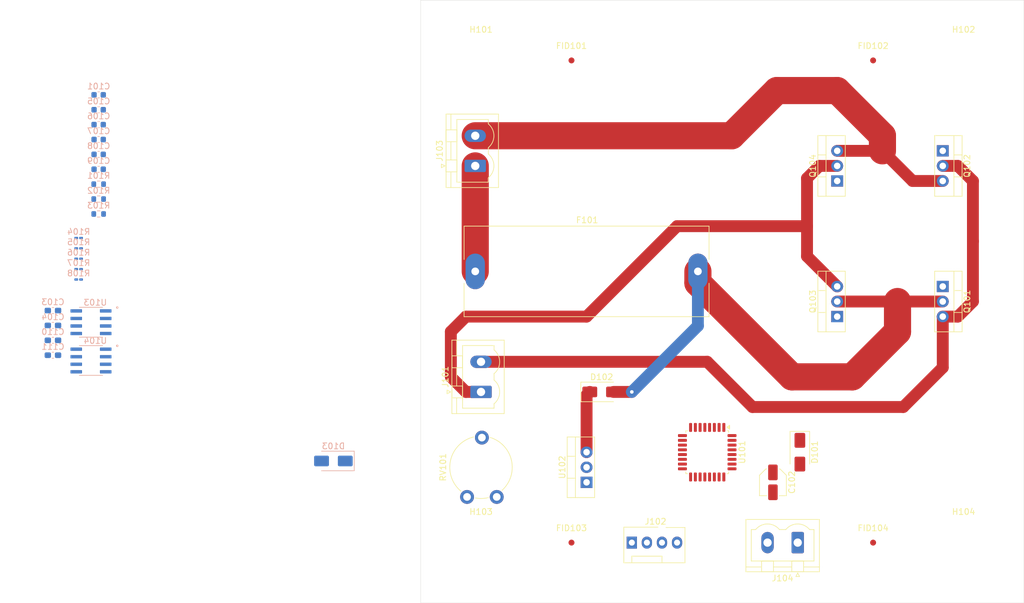
<source format=kicad_pcb>
(kicad_pcb (version 20241229) (generator "pcbnew") (generator_version "9.0")
  (layers (0 "F.Cu" jumper) (4 "In1.Cu" signal) (6 "In2.Cu" signal) (2 "B.Cu" jumper) (13 "F.Paste" user) (15 "B.Paste" user) (5 "F.SilkS" user "F.Silkscreen") (7 "B.SilkS" user "B.Silkscreen") (1 "F.Mask" user) (3 "B.Mask" user) (25 "Edge.Cuts" user))
  (net 0 "")
  (net 1 "GNDREF")
  (net 2 "+24V")
  (net 3 "+3V3")
  (net 4 "Net-(D103-A)")
  (net 5 "Net-(U101-NRST)")
  (net 6 "VDD_P")
  (net 7 "VDD")
  (net 8 "L2")
  (net 9 "L1")
  (net 10 "G3")
  (net 11 "G2")
  (net 12 "G1")
  (net 13 "G4")
  (net 14 "Net-(U101-BOOT0)")
  (net 15 "Net-(U103-VB)")
  (net 17 "Net-(U104-VB)")
  (net 19 "USART1_TX")
  (net 20 "USART1_RX")
  (net 21 "SYS_SWCLK")
  (net 22 "SYS_SWDIO")
  (net 27 "Net-(U103-HO)")
  (net 36 "Net-(U103-LO)")
  (net 40 "Net-(U104-LO)")
  (net 41 "Net-(U104-HO)")
  (net 42 "LIN1")
  (net 43 "LIN2")
  (net 44 "HIN1")
  (net 45 "HIN2")
  (footprint "Connector_Phoenix_MSTB:PhoenixContact_MSTBVA_2,5_2-G-5,08_1x02_P5.08mm_Vertical" (layer "F.Cu") (at 90.97 98.26 90)
    (property "Reference" "J101" (at 2.54 -6 90) (layer "F.SilkS"))
    (property "Value" "Conn_01x02")
    (fp_line (start 0.3 -5.71) (end 0 -5.11) (stroke (width 0.12)) (layer "F.SilkS"))
    (fp_line (start -0.3 -5.71) (end 0.3 -5.71) (stroke (width 0.12)) (layer "F.SilkS"))
    (fp_line (start 0 -5.11) (end -0.3 -5.71) (stroke (width 0.12)) (layer "F.SilkS"))
    (fp_line (start 8.73 -4.91) (end -3.65 -4.91) (stroke (width 0.12)) (layer "F.SilkS"))
    (fp_line (start 6.08 -4.91) (end 6.08 -3.1) (stroke (width 0.12)) (layer "F.SilkS"))
    (fp_line (start 4.08 -4.91) (end 6.08 -4.91) (stroke (width 0.12)) (layer "F.SilkS"))
    (fp_line (start 1 -4.91) (end 1 -3.1) (stroke (width 0.12)) (layer "F.SilkS"))
    (fp_line (start -1 -4.91) (end 1 -4.91) (stroke (width 0.12)) (layer "F.SilkS"))
    (fp_line (start -3.65 -4.91) (end -3.65 3.91) (stroke (width 0.12)) (layer "F.SilkS"))
    (fp_line (start 8.73 -4.1) (end 6.19 -4.1) (stroke (width 0.12)) (layer "F.SilkS"))
    (fp_line (start 1 -4.1) (end 4.08 -4.1) (stroke (width 0.12)) (layer "F.SilkS"))
    (fp_line (start -3.65 -4.1) (end -1.11 -4.1) (stroke (width 0.12)) (layer "F.SilkS"))
    (fp_line (start 7.82 -3.1) (end 7.82 2.2) (stroke (width 0.12)) (layer "F.SilkS"))
    (fp_line (start 6.08 -3.1) (end 4.08 -3.1) (stroke (width 0.12)) (layer "F.SilkS"))
    (fp_line (start 4.08 -3.1) (end 4.08 -4.91) (stroke (width 0.12)) (layer "F.SilkS"))
    (fp_line (start 1 -3.1) (end -1 -3.1) (stroke (width 0.12)) (layer "F.SilkS"))
    (fp_line (start -1 -3.1) (end -1 -4.91) (stroke (width 0.12)) (layer "F.SilkS"))
    (fp_line (start -2.74 -3.1) (end 7.82 -3.1) (stroke (width 0.12)) (layer "F.SilkS"))
    (fp_line (start 7.82 2.2) (end 7.08 2.2) (stroke (width 0.12)) (layer "F.SilkS"))
    (fp_line (start 2 2.2) (end 3.08 2.2) (stroke (width 0.12)) (layer "F.SilkS"))
    (fp_line (start -2 2.2) (end -2.74 2.2) (stroke (width 0.12)) (layer "F.SilkS"))
    (fp_line (start -2.74 2.2) (end -2.74 -3.1) (stroke (width 0.12)) (layer "F.SilkS"))
    (fp_line (start 8.73 3.91) (end 8.73 -4.91) (stroke (width 0.12)) (layer "F.SilkS"))
    (fp_line (start -3.65 3.91) (end 8.73 3.91) (stroke (width 0.12)) (layer "F.SilkS"))
    (fp_arc (start 7.066842 2.215821) (mid 5.069711 3.142758) (end 3.08 2.2) (stroke (width 0.12)) (layer "F.SilkS"))
    (fp_arc (start 1.986842 2.215821) (mid -0.010289 3.142758) (end -2 2.2) (stroke (width 0.12)) (layer "F.SilkS"))
    (pad "1" thru_hole roundrect (at 0 0 90) (size 2.08 3.6) (drill 1.4) (layers "*.Cu" "*.Mask") (roundrect_rratio 0.120192) (net 9 "L1"))
    (pad "2" thru_hole oval (at 5.08 0 90) (size 2.08 3.6) (drill 1.4) (layers "*.Cu" "*.Mask") (net 8 "L2"))
  )
  (footprint "Connector:FanPinHeader_1x04_P2.54mm_Vertical" (layer "F.Cu") (at 116.37 123.66)
    (property "Reference" "J102" (at 4 -3.55 0) (layer "F.SilkS"))
    (property "Value" "Conn_01x04")
    (fp_line (start -1.35 -2.6) (end 4.4 -2.6) (stroke (width 0.12)) (layer "F.SilkS"))
    (fp_line (start -1.35 3.4) (end -1.35 -2.6) (stroke (width 0.12)) (layer "F.SilkS"))
    (fp_line (start 0 2.29) (end 5.08 2.29) (stroke (width 0.12)) (layer "F.SilkS"))
    (fp_line (start 0 3.3) (end 0 2.29) (stroke (width 0.12)) (layer "F.SilkS"))
    (fp_line (start 5.08 2.29) (end 5.08 3.3) (stroke (width 0.12)) (layer "F.SilkS"))
    (fp_line (start 5.75 -2.55) (end 8.95 -2.55) (stroke (width 0.12)) (layer "F.SilkS"))
    (fp_line (start 8.95 -2.55) (end 8.95 3.4) (stroke (width 0.12)) (layer "F.SilkS"))
    (fp_line (start 8.95 3.4) (end -1.35 3.4) (stroke (width 0.12)) (layer "F.SilkS"))
    (pad "" np_thru_hole circle (at 5.08 -2.16 90) (size 1.1 1.1) (drill 1.1) (layers "*.Cu" "*.Mask"))
    (pad "1" thru_hole rect (at 0 0 90) (size 2.03 1.73) (drill 1.02) (layers "*.Cu" "*.Mask") (net 1 "GNDREF"))
    (pad "2" thru_hole oval (at 2.54 0 90) (size 2.03 1.73) (drill 1.02) (layers "*.Cu" "*.Mask") (net 21 "SYS_SWCLK"))
    (pad "3" thru_hole oval (at 5.08 0 90) (size 2.03 1.73) (drill 1.02) (layers "*.Cu" "*.Mask") (net 22 "SYS_SWDIO"))
    (pad "4" thru_hole oval (at 7.62 0 90) (size 2.03 1.73) (drill 1.02) (layers "*.Cu" "*.Mask") (net 3 "+3V3"))
  )
  (footprint "Diode_SMD:D_SMA" (layer "F.Cu") (at 144.675 108.42 -90)
    (property "Reference" "D101" (at 0 -2.5 90) (layer "F.SilkS"))
    (property "Value" "1N4001")
    (fp_line (start -3.51 1.65) (end 2 1.65) (stroke (width 0.12)) (layer "F.SilkS"))
    (fp_line (start -3.51 -1.65) (end -3.51 1.65) (stroke (width 0.12)) (layer "F.SilkS"))
    (fp_line (start -3.51 -1.65) (end 2 -1.65) (stroke (width 0.12)) (layer "F.SilkS"))
    (pad "1" smd roundrect (at -2 0 270) (size 2.5 1.8) (layers "F.Cu" "F.Mask" "F.Paste") (roundrect_rratio 0.1388888889) (net 2 "+24V"))
    (pad "2" smd roundrect (at 2 0 270) (size 2.5 1.8) (layers "F.Cu" "F.Mask" "F.Paste") (roundrect_rratio 0.1388888889) (net 3 "+3V3"))
  )
  (footprint "MountingHole:MountingHole_5.3mm_M5_ISO14580" (layer "F.Cu") (at 90.97 42.38)
    (property "Reference" "H101" (at 0 -5.2 0) (layer "F.SilkS"))
    (property "Value" "MountingHole")
    (pad "" np_thru_hole circle (at 0 0) (size 5.3 5.3) (drill 5.3) (layers "*.Cu" "*.Mask"))
  )
  (footprint "Package_QFP:LQFP-32_7x7mm_P0.8mm" (layer "F.Cu") (at 129.07 108.42 -90)
    (property "Reference" "U101" (at 0 -5.88 90) (layer "F.SilkS"))
    (property "Value" "STM32F030K6Tx")
    (fp_line (start -3.61 3.61) (end -3.61 3.31) (stroke (width 0.12)) (layer "F.SilkS"))
    (fp_line (start -3.31 3.61) (end -3.61 3.61) (stroke (width 0.12)) (layer "F.SilkS"))
    (fp_line (start 3.31 3.61) (end 3.61 3.61) (stroke (width 0.12)) (layer "F.SilkS"))
    (fp_line (start 3.61 3.61) (end 3.61 3.31) (stroke (width 0.12)) (layer "F.SilkS"))
    (fp_line (start -3.61 -3.61) (end -3.61 -3.31) (stroke (width 0.12)) (layer "F.SilkS"))
    (fp_line (start -3.31 -3.61) (end -3.61 -3.61) (stroke (width 0.12)) (layer "F.SilkS"))
    (fp_line (start 3.31 -3.61) (end 3.61 -3.61) (stroke (width 0.12)) (layer "F.SilkS"))
    (fp_line (start 3.61 -3.61) (end 3.61 -3.31) (stroke (width 0.12)) (layer "F.SilkS"))
    (fp_poly (pts (xy -4.2125 -3.31) (xy -4.5525 -3.78) (xy -3.8725 -3.78)) (stroke (width 0.12)) (fill yes) (layer "F.SilkS"))
    (pad "1" smd roundrect (at -4.175 -2.8 270) (size 1.5 0.5) (layers "F.Cu" "F.Mask" "F.Paste") (net 3 "+3V3"))
    (pad "2" smd roundrect (at -4.175 -2 270) (size 1.5 0.5) (layers "F.Cu" "F.Mask" "F.Paste"))
    (pad "3" smd roundrect (at -4.175 -1.2 270) (size 1.5 0.5) (layers "F.Cu" "F.Mask" "F.Paste"))
    (pad "4" smd roundrect (at -4.175 -0.4 270) (size 1.5 0.5) (layers "F.Cu" "F.Mask" "F.Paste") (net 5 "Net-(U101-NRST)"))
    (pad "5" smd roundrect (at -4.175 0.4 270) (size 1.5 0.5) (layers "F.Cu" "F.Mask" "F.Paste") (net 3 "+3V3"))
    (pad "6" smd roundrect (at -4.175 1.2 270) (size 1.5 0.5) (layers "F.Cu" "F.Mask" "F.Paste"))
    (pad "7" smd roundrect (at -4.175 2 270) (size 1.5 0.5) (layers "F.Cu" "F.Mask" "F.Paste"))
    (pad "8" smd roundrect (at -4.175 2.8 270) (size 1.5 0.5) (layers "F.Cu" "F.Mask" "F.Paste") (net 19 "USART1_TX"))
    (pad "9" smd roundrect (at -2.8 4.175 270) (size 0.5 1.5) (layers "F.Cu" "F.Mask" "F.Paste") (net 20 "USART1_RX"))
    (pad "10" smd roundrect (at -2 4.175 270) (size 0.5 1.5) (layers "F.Cu" "F.Mask" "F.Paste"))
    (pad "11" smd roundrect (at -1.2 4.175 270) (size 0.5 1.5) (layers "F.Cu" "F.Mask" "F.Paste"))
    (pad "12" smd roundrect (at -0.4 4.175 270) (size 0.5 1.5) (layers "F.Cu" "F.Mask" "F.Paste") (net 42 "LIN1"))
    (pad "13" smd roundrect (at 0.4 4.175 270) (size 0.5 1.5) (layers "F.Cu" "F.Mask" "F.Paste") (net 44 "HIN1"))
    (pad "14" smd roundrect (at 1.2 4.175 270) (size 0.5 1.5) (layers "F.Cu" "F.Mask" "F.Paste"))
    (pad "15" smd roundrect (at 2 4.175 270) (size 0.5 1.5) (layers "F.Cu" "F.Mask" "F.Paste"))
    (pad "16" smd roundrect (at 2.8 4.175 270) (size 0.5 1.5) (layers "F.Cu" "F.Mask" "F.Paste") (net 1 "GNDREF"))
    (pad "17" smd roundrect (at 4.175 2.8 270) (size 1.5 0.5) (layers "F.Cu" "F.Mask" "F.Paste") (net 3 "+3V3"))
    (pad "18" smd roundrect (at 4.175 2 270) (size 1.5 0.5) (layers "F.Cu" "F.Mask" "F.Paste") (net 43 "LIN2"))
    (pad "19" smd roundrect (at 4.175 1.2 270) (size 1.5 0.5) (layers "F.Cu" "F.Mask" "F.Paste") (net 45 "HIN2"))
    (pad "20" smd roundrect (at 4.175 0.4 270) (size 1.5 0.5) (layers "F.Cu" "F.Mask" "F.Paste"))
    (pad "21" smd roundrect (at 4.175 -0.4 270) (size 1.5 0.5) (layers "F.Cu" "F.Mask" "F.Paste"))
    (pad "22" smd roundrect (at 4.175 -1.2 270) (size 1.5 0.5) (layers "F.Cu" "F.Mask" "F.Paste"))
    (pad "23" smd roundrect (at 4.175 -2 270) (size 1.5 0.5) (layers "F.Cu" "F.Mask" "F.Paste") (net 22 "SYS_SWDIO"))
    (pad "24" smd roundrect (at 4.175 -2.8 270) (size 1.5 0.5) (layers "F.Cu" "F.Mask" "F.Paste") (net 21 "SYS_SWCLK"))
    (pad "25" smd roundrect (at 2.8 -4.175 270) (size 0.5 1.5) (layers "F.Cu" "F.Mask" "F.Paste"))
    (pad "26" smd roundrect (at 2 -4.175 270) (size 0.5 1.5) (layers "F.Cu" "F.Mask" "F.Paste"))
    (pad "27" smd roundrect (at 1.2 -4.175 270) (size 0.5 1.5) (layers "F.Cu" "F.Mask" "F.Paste"))
    (pad "28" smd roundrect (at 0.4 -4.175 270) (size 0.5 1.5) (layers "F.Cu" "F.Mask" "F.Paste"))
    (pad "29" smd roundrect (at -0.4 -4.175 270) (size 0.5 1.5) (layers "F.Cu" "F.Mask" "F.Paste"))
    (pad "30" smd roundrect (at -1.2 -4.175 270) (size 0.5 1.5) (layers "F.Cu" "F.Mask" "F.Paste"))
    (pad "31" smd roundrect (at -2 -4.175 270) (size 0.5 1.5) (layers "F.Cu" "F.Mask" "F.Paste") (net 14 "Net-(U101-BOOT0)"))
    (pad "32" smd roundrect (at -2.8 -4.175 270) (size 0.5 1.5) (layers "F.Cu" "F.Mask" "F.Paste") (net 1 "GNDREF"))
  )
  (footprint "Package_TO_SOT_THT:TO-220-3_Vertical" (layer "F.Cu") (at 108.75 113.5 90)
    (property "Reference" "U102" (at 2.54 -4.1 90) (layer "F.SilkS"))
    (property "Value" "LM317_TO-220")
    (fp_line (start 7.65 -3.26) (end 7.65 1.36) (stroke (width 0.12)) (layer "F.SilkS"))
    (fp_line (start 4.39 -3.26) (end 4.39 -1.88) (stroke (width 0.12)) (layer "F.SilkS"))
    (fp_line (start 0.69 -3.26) (end 0.69 -1.88) (stroke (width 0.12)) (layer "F.SilkS"))
    (fp_line (start -2.57 -3.26) (end 7.65 -3.26) (stroke (width 0.12)) (layer "F.SilkS"))
    (fp_line (start -2.57 -1.88) (end 7.65 -1.88) (stroke (width 0.12)) (layer "F.SilkS"))
    (fp_line (start 7.65 1.36) (end -2.57 1.36) (stroke (width 0.12)) (layer "F.SilkS"))
    (fp_line (start -2.57 1.36) (end -2.57 -3.26) (stroke (width 0.12)) (layer "F.SilkS"))
    (pad "1" thru_hole rect (at 0 0 90) (size 1.905 2) (drill 1.1) (layers "*.Cu" "*.Mask") (net 4 "Net-(D103-A)"))
    (pad "2" thru_hole oval (at 2.54 0 90) (size 1.905 2) (drill 1.1) (layers "*.Cu" "*.Mask") (net 3 "+3V3"))
    (pad "3" thru_hole oval (at 5.08 0 90) (size 1.905 2) (drill 1.1) (layers "*.Cu" "*.Mask") (net 2 "+24V"))
  )
  (footprint "Fuse:Fuseholder_Cylinder-6.3x32mm_Schurter_0031-8002_Horizontal_Open" (layer "F.Cu") (at 90 77.94)
    (property "Reference" "F101" (at 18.85 -8.65 0) (layer "F.SilkS"))
    (property "Value" "Fuse")
    (fp_line (start -1.88 -7.63) (end -1.88 -2) (stroke (width 0.12)) (layer "F.SilkS"))
    (fp_line (start -1.88 -7.63) (end 39.38 -7.63) (stroke (width 0.12)) (layer "F.SilkS"))
    (fp_line (start -1.88 2) (end -1.88 7.63) (stroke (width 0.12)) (layer "F.SilkS"))
    (fp_line (start 39.38 -7.63) (end 39.38 -2) (stroke (width 0.12)) (layer "F.SilkS"))
    (fp_line (start 39.38 2) (end 39.38 7.63) (stroke (width 0.12)) (layer "F.SilkS"))
    (fp_line (start 39.38 7.63) (end -1.88 7.63) (stroke (width 0.12)) (layer "F.SilkS"))
    (pad "" np_thru_hole circle (at 18.75 0) (size 3.2 3.2) (drill 3.2) (layers "*.Cu" "*.Mask"))
    (pad "1" thru_hole oval (at 0 0) (size 3.25 6) (drill 1.3) (layers "*.Cu" "*.Mask") (net 7 "VDD"))
    (pad "2" thru_hole oval (at 37.5 0) (size 3.25 6) (drill 1.3) (layers "*.Cu" "*.Mask") (net 6 "VDD_P"))
  )
  (footprint "Fiducial:Fiducial_1mm_Mask3mm" (layer "F.Cu") (at 157.01 42.38)
    (property "Reference" "FID102" (at 0 -2.45 0) (layer "F.SilkS"))
    (property "Value" "Fiducial")
    (pad "" smd circle (at 0 0) (size 1 1) (layers "F.Cu" "F.Mask") (clearance 1))
  )
  (footprint "MountingHole:MountingHole_5.3mm_M5_ISO14580" (layer "F.Cu") (at 172.25 123.66)
    (property "Reference" "H104" (at 0 -5.2 0) (layer "F.SilkS"))
    (property "Value" "MountingHole")
    (pad "" np_thru_hole circle (at 0 0) (size 5.3 5.3) (drill 5.3) (layers "*.Cu" "*.Mask"))
  )
  (footprint "MountingHole:MountingHole_5.3mm_M5_ISO14580" (layer "F.Cu") (at 172.25 42.38)
    (property "Reference" "H102" (at 0 -5.2 0) (layer "F.SilkS"))
    (property "Value" "MountingHole")
    (pad "" np_thru_hole circle (at 0 0) (size 5.3 5.3) (drill 5.3) (layers "*.Cu" "*.Mask"))
  )
  (footprint "Fiducial:Fiducial_1mm_Mask3mm" (layer "F.Cu") (at 106.21 42.38)
    (property "Reference" "FID101" (at 0 -2.45 0) (layer "F.SilkS"))
    (property "Value" "Fiducial")
    (pad "" smd circle (at 0 0) (size 1 1) (layers "F.Cu" "F.Mask") (clearance 1))
  )
  (footprint "Diode_SMD:D_SMA" (layer "F.Cu") (at 111.29 98.26)
    (property "Reference" "D102" (at 0 -2.5 0) (layer "F.SilkS"))
    (property "Value" "1N4001")
    (fp_line (start -3.51 -1.65) (end -3.51 1.65) (stroke (width 0.12)) (layer "F.SilkS"))
    (fp_line (start -3.51 -1.65) (end 2 -1.65) (stroke (width 0.12)) (layer "F.SilkS"))
    (fp_line (start -3.51 1.65) (end 2 1.65) (stroke (width 0.12)) (layer "F.SilkS"))
    (pad "1" smd roundrect (at -2 0) (size 2.5 1.8) (layers "F.Cu" "F.Mask" "F.Paste") (roundrect_rratio 0.1388888889) (net 2 "+24V"))
    (pad "2" smd roundrect (at 2 0) (size 2.5 1.8) (layers "F.Cu" "F.Mask" "F.Paste") (roundrect_rratio 0.1388888889) (net 6 "VDD_P"))
  )
  (footprint "Capacitor_SMD:C_Elec_4x5.4" (layer "F.Cu") (at 140.135 113.5 -90)
    (property "Reference" "C102" (at 0 -3.2 90) (layer "F.SilkS"))
    (property "Value" "22uF/16V_ELEC")
    (fp_line (start -1.195563 2.26) (end 2.26 2.26) (stroke (width 0.12)) (layer "F.SilkS"))
    (fp_line (start 2.26 2.26) (end 2.26 1.06) (stroke (width 0.12)) (layer "F.SilkS"))
    (fp_line (start -2.26 1.195563) (end -1.195563 2.26) (stroke (width 0.12)) (layer "F.SilkS"))
    (fp_line (start -2.26 1.195563) (end -2.26 1.06) (stroke (width 0.12)) (layer "F.SilkS"))
    (fp_line (start -2.26 -1.195563) (end -2.26 -1.06) (stroke (width 0.12)) (layer "F.SilkS"))
    (fp_line (start -2.26 -1.195563) (end -1.195563 -2.26) (stroke (width 0.12)) (layer "F.SilkS"))
    (fp_line (start -1.195563 -2.26) (end 2.26 -2.26) (stroke (width 0.12)) (layer "F.SilkS"))
    (fp_line (start 2.26 -2.26) (end 2.26 -1.06) (stroke (width 0.12)) (layer "F.SilkS"))
    (pad "1" smd roundrect (at -1.675 0 270) (size 2.65 1.6) (layers "F.Cu" "F.Mask" "F.Paste") (roundrect_rratio 0.15625) (net 3 "+3V3"))
    (pad "2" smd roundrect (at 1.675 0 270) (size 2.65 1.6) (layers "F.Cu" "F.Mask" "F.Paste") (roundrect_rratio 0.15625) (net 1 "GNDREF"))
  )
  (footprint "Package_TO_SOT_THT:TO-220-3_Vertical" (layer "F.Cu") (at 150.96 62.7 90)
    (property "Reference" "Q104" (at 2.54 -4.1 90) (layer "F.SilkS"))
    (property "Value" "IRF540N")
    (fp_line (start 7.65 -3.26) (end 7.65 1.36) (stroke (width 0.12)) (layer "F.SilkS"))
    (fp_line (start 4.39 -3.26) (end 4.39 -1.88) (stroke (width 0.12)) (layer "F.SilkS"))
    (fp_line (start 0.69 -3.26) (end 0.69 -1.88) (stroke (width 0.12)) (layer "F.SilkS"))
    (fp_line (start -2.57 -3.26) (end 7.65 -3.26) (stroke (width 0.12)) (layer "F.SilkS"))
    (fp_line (start -2.57 -1.88) (end 7.65 -1.88) (stroke (width 0.12)) (layer "F.SilkS"))
    (fp_line (start 7.65 1.36) (end -2.57 1.36) (stroke (width 0.12)) (layer "F.SilkS"))
    (fp_line (start -2.57 1.36) (end -2.57 -3.26) (stroke (width 0.12)) (layer "F.SilkS"))
    (pad "1" thru_hole rect (at 0 0 90) (size 1.905 2) (drill 1.1) (layers "*.Cu" "*.Mask") (net 10 "G3"))
    (pad "2" thru_hole oval (at 2.54 0 90) (size 1.905 2) (drill 1.1) (layers "*.Cu" "*.Mask") (net 9 "L1"))
    (pad "3" thru_hole oval (at 5.08 0 90) (size 1.905 2) (drill 1.1) (layers "*.Cu" "*.Mask") (net 1 "GNDREF"))
  )
  (footprint "Package_TO_SOT_THT:TO-220-3_Vertical" (layer "F.Cu") (at 168.74 57.62 -90)
    (property "Reference" "Q102" (at 2.54 -4.1 90) (layer "F.SilkS"))
    (property "Value" "IRF540N")
    (fp_line (start -2.57 1.36) (end -2.57 -3.26) (stroke (width 0.12)) (layer "F.SilkS"))
    (fp_line (start 7.65 1.36) (end -2.57 1.36) (stroke (width 0.12)) (layer "F.SilkS"))
    (fp_line (start -2.57 -1.88) (end 7.65 -1.88) (stroke (width 0.12)) (layer "F.SilkS"))
    (fp_line (start -2.57 -3.26) (end 7.65 -3.26) (stroke (width 0.12)) (layer "F.SilkS"))
    (fp_line (start 0.69 -3.26) (end 0.69 -1.88) (stroke (width 0.12)) (layer "F.SilkS"))
    (fp_line (start 4.39 -3.26) (end 4.39 -1.88) (stroke (width 0.12)) (layer "F.SilkS"))
    (fp_line (start 7.65 -3.26) (end 7.65 1.36) (stroke (width 0.12)) (layer "F.SilkS"))
    (pad "1" thru_hole rect (at 0 0 270) (size 1.905 2) (drill 1.1) (layers "*.Cu" "*.Mask") (net 13 "G4"))
    (pad "2" thru_hole oval (at 2.54 0 270) (size 1.905 2) (drill 1.1) (layers "*.Cu" "*.Mask") (net 8 "L2"))
    (pad "3" thru_hole oval (at 5.08 0 270) (size 1.905 2) (drill 1.1) (layers "*.Cu" "*.Mask") (net 1 "GNDREF"))
  )
  (footprint "Package_TO_SOT_THT:TO-220-3_Vertical" (layer "F.Cu") (at 168.74 80.48 -90)
    (property "Reference" "Q101" (at 2.54 -4.1 90) (layer "F.SilkS"))
    (property "Value" "IRF540N")
    (fp_line (start -2.57 1.36) (end -2.57 -3.26) (stroke (width 0.12)) (layer "F.SilkS"))
    (fp_line (start 7.65 1.36) (end -2.57 1.36) (stroke (width 0.12)) (layer "F.SilkS"))
    (fp_line (start -2.57 -1.88) (end 7.65 -1.88) (stroke (width 0.12)) (layer "F.SilkS"))
    (fp_line (start -2.57 -3.26) (end 7.65 -3.26) (stroke (width 0.12)) (layer "F.SilkS"))
    (fp_line (start 0.69 -3.26) (end 0.69 -1.88) (stroke (width 0.12)) (layer "F.SilkS"))
    (fp_line (start 4.39 -3.26) (end 4.39 -1.88) (stroke (width 0.12)) (layer "F.SilkS"))
    (fp_line (start 7.65 -3.26) (end 7.65 1.36) (stroke (width 0.12)) (layer "F.SilkS"))
    (pad "1" thru_hole rect (at 0 0 270) (size 1.905 2) (drill 1.1) (layers "*.Cu" "*.Mask") (net 11 "G2"))
    (pad "2" thru_hole oval (at 2.54 0 270) (size 1.905 2) (drill 1.1) (layers "*.Cu" "*.Mask") (net 6 "VDD_P"))
    (pad "3" thru_hole oval (at 5.08 0 270) (size 1.905 2) (drill 1.1) (layers "*.Cu" "*.Mask") (net 8 "L2"))
  )
  (footprint "MountingHole:MountingHole_5.3mm_M5_ISO14580" (layer "F.Cu") (at 90.97 123.66)
    (property "Reference" "H103" (at 0 -5.2 0) (layer "F.SilkS"))
    (property "Value" "MountingHole")
    (pad "" np_thru_hole circle (at 0 0) (size 5.3 5.3) (drill 5.3) (layers "*.Cu" "*.Mask"))
  )
  (footprint "Fiducial:Fiducial_1mm_Mask3mm" (layer "F.Cu") (at 106.21 123.66)
    (property "Reference" "FID103" (at 0 -2.45 0) (layer "F.SilkS"))
    (property "Value" "Fiducial")
    (pad "" smd circle (at 0 0) (size 1 1) (layers "F.Cu" "F.Mask") (clearance 1))
  )
  (footprint "Potentiometer_THT:Potentiometer_Piher_PT-10-V10_Vertical" (layer "F.Cu") (at 93.62 115.96 90)
    (property "Reference" "RV101" (at 5 -9.05 90) (layer "F.SilkS"))
    (property "Value" "R_Potentiometer")
    (fp_arc (start 0.96 -6.019) (mid 6.188516 -7.774112) (end 10.11 -3.896) (stroke (width 0.12)) (layer "F.SilkS"))
    (fp_arc (start -0.108 -1.396) (mid -0.258003 -2.50009) (end -0.172 -3.611) (stroke (width 0.12)) (layer "F.SilkS"))
    (fp_arc (start 10.027 -1.1) (mid 6.134659 2.486075) (end 1.094 0.873) (stroke (width 0.12)) (layer "F.SilkS"))
    (pad "1" thru_hole circle (at 0 0 90) (size 2.34 2.34) (drill 1.3) (layers "*.Cu" "*.Mask") (net 4 "Net-(D103-A)"))
    (pad "2" thru_hole circle (at 10 -2.5 90) (size 2.34 2.34) (drill 1.3) (layers "*.Cu" "*.Mask") (net 1 "GNDREF"))
    (pad "3" thru_hole circle (at 0 -5 90) (size 2.34 2.34) (drill 1.3) (layers "*.Cu" "*.Mask") (net 1 "GNDREF"))
  )
  (footprint "Package_TO_SOT_THT:TO-220-3_Vertical" (layer "F.Cu") (at 150.96 85.56 90)
    (property "Reference" "Q103" (at 2.54 -4.1 90) (layer "F.SilkS"))
    (property "Value" "IRF540N")
    (fp_line (start 7.65 -3.26) (end 7.65 1.36) (stroke (width 0.12)) (layer "F.SilkS"))
    (fp_line (start 4.39 -3.26) (end 4.39 -1.88) (stroke (width 0.12)) (layer "F.SilkS"))
    (fp_line (start 0.69 -3.26) (end 0.69 -1.88) (stroke (width 0.12)) (layer "F.SilkS"))
    (fp_line (start -2.57 -3.26) (end 7.65 -3.26) (stroke (width 0.12)) (layer "F.SilkS"))
    (fp_line (start -2.57 -1.88) (end 7.65 -1.88) (stroke (width 0.12)) (layer "F.SilkS"))
    (fp_line (start 7.65 1.36) (end -2.57 1.36) (stroke (width 0.12)) (layer "F.SilkS"))
    (fp_line (start -2.57 1.36) (end -2.57 -3.26) (stroke (width 0.12)) (layer "F.SilkS"))
    (pad "1" thru_hole rect (at 0 0 90) (size 1.905 2) (drill 1.1) (layers "*.Cu" "*.Mask") (net 12 "G1"))
    (pad "2" thru_hole oval (at 2.54 0 90) (size 1.905 2) (drill 1.1) (layers "*.Cu" "*.Mask") (net 6 "VDD_P"))
    (pad "3" thru_hole oval (at 5.08 0 90) (size 1.905 2) (drill 1.1) (layers "*.Cu" "*.Mask") (net 9 "L1"))
  )
  (footprint "Fiducial:Fiducial_1mm_Mask3mm" (layer "F.Cu") (at 157.01 123.66)
    (property "Reference" "FID104" (at 0 -2.45 0) (layer "F.SilkS"))
    (property "Value" "Fiducial")
    (pad "" smd circle (at 0 0) (size 1 1) (layers "F.Cu" "F.Mask") (clearance 1))
  )
  (footprint "Connector_Phoenix_MSTB:PhoenixContact_MSTBVA_2,5_2-G-5,08_1x02_P5.08mm_Vertical" (layer "F.Cu") (at 90 60.16 90)
    (property "Reference" "J103" (at 2.54 -6 90) (layer "F.SilkS"))
    (property "Value" "Conn_01x02")
    (fp_line (start 0.3 -5.71) (end 0 -5.11) (stroke (width 0.12)) (layer "F.SilkS"))
    (fp_line (start -0.3 -5.71) (end 0.3 -5.71) (stroke (width 0.12)) (layer "F.SilkS"))
    (fp_line (start 0 -5.11) (end -0.3 -5.71) (stroke (width 0.12)) (layer "F.SilkS"))
    (fp_line (start 8.73 -4.91) (end -3.65 -4.91) (stroke (width 0.12)) (layer "F.SilkS"))
    (fp_line (start 6.08 -4.91) (end 6.08 -3.1) (stroke (width 0.12)) (layer "F.SilkS"))
    (fp_line (start 4.08 -4.91) (end 6.08 -4.91) (stroke (width 0.12)) (layer "F.SilkS"))
    (fp_line (start 1 -4.91) (end 1 -3.1) (stroke (width 0.12)) (layer "F.SilkS"))
    (fp_line (start -1 -4.91) (end 1 -4.91) (stroke (width 0.12)) (layer "F.SilkS"))
    (fp_line (start -3.65 -4.91) (end -3.65 3.91) (stroke (width 0.12)) (layer "F.SilkS"))
    (fp_line (start 8.73 -4.1) (end 6.19 -4.1) (stroke (width 0.12)) (layer "F.SilkS"))
    (fp_line (start 1 -4.1) (end 4.08 -4.1) (stroke (width 0.12)) (layer "F.SilkS"))
    (fp_line (start -3.65 -4.1) (end -1.11 -4.1) (stroke (width 0.12)) (layer "F.SilkS"))
    (fp_line (start 7.82 -3.1) (end 7.82 2.2) (stroke (width 0.12)) (layer "F.SilkS"))
    (fp_line (start 6.08 -3.1) (end 4.08 -3.1) (stroke (width 0.12)) (layer "F.SilkS"))
    (fp_line (start 4.08 -3.1) (end 4.08 -4.91) (stroke (width 0.12)) (layer "F.SilkS"))
    (fp_line (start 1 -3.1) (end -1 -3.1) (stroke (width 0.12)) (layer "F.SilkS"))
    (fp_line (start -1 -3.1) (end -1 -4.91) (stroke (width 0.12)) (layer "F.SilkS"))
    (fp_line (start -2.74 -3.1) (end 7.82 -3.1) (stroke (width 0.12)) (layer "F.SilkS"))
    (fp_line (start 7.82 2.2) (end 7.08 2.2) (stroke (width 0.12)) (layer "F.SilkS"))
    (fp_line (start 2 2.2) (end 3.08 2.2) (stroke (width 0.12)) (layer "F.SilkS"))
    (fp_line (start -2 2.2) (end -2.74 2.2) (stroke (width 0.12)) (layer "F.SilkS"))
    (fp_line (start -2.74 2.2) (end -2.74 -3.1) (stroke (width 0.12)) (layer "F.SilkS"))
    (fp_line (start 8.73 3.91) (end 8.73 -4.91) (stroke (width 0.12)) (layer "F.SilkS"))
    (fp_line (start -3.65 3.91) (end 8.73 3.91) (stroke (width 0.12)) (layer "F.SilkS"))
    (fp_arc (start 7.066842 2.215821) (mid 5.069711 3.142758) (end 3.08 2.2) (stroke (width 0.12)) (layer "F.SilkS"))
    (fp_arc (start 1.986842 2.215821) (mid -0.010289 3.142758) (end -2 2.2) (stroke (width 0.12)) (layer "F.SilkS"))
    (pad "1" thru_hole roundrect (at 0 0 90) (size 2.08 3.6) (drill 1.4) (layers "*.Cu" "*.Mask") (roundrect_rratio 0.120192) (net 7 "VDD"))
    (pad "2" thru_hole oval (at 5.08 0 90) (size 2.08 3.6) (drill 1.4) (layers "*.Cu" "*.Mask") (net 1 "GNDREF"))
  )
  (footprint "Connector_Phoenix_MSTB:PhoenixContact_MSTBVA_2,5_2-G-5,08_1x02_P5.08mm_Vertical" (layer "F.Cu") (at 144.31 123.66 180)
    (property "Reference" "J104" (at 2.54 -6 0) (layer "F.SilkS"))
    (property "Value" "Conn_01x02")
    (fp_line (start 8.73 3.91) (end 8.73 -4.91) (stroke (width 0.12)) (layer "F.SilkS"))
    (fp_line (start 8.73 -4.1) (end 6.19 -4.1) (stroke (width 0.12)) (layer "F.SilkS"))
    (fp_line (start 8.73 -4.91) (end -3.65 -4.91) (stroke (width 0.12)) (layer "F.SilkS"))
    (fp_line (start 7.82 2.2) (end 7.08 2.2) (stroke (width 0.12)) (layer "F.SilkS"))
    (fp_line (start 7.82 -3.1) (end 7.82 2.2) (stroke (width 0.12)) (layer "F.SilkS"))
    (fp_line (start 6.08 -3.1) (end 4.08 -3.1) (stroke (width 0.12)) (layer "F.SilkS"))
    (fp_line (start 6.08 -4.91) (end 6.08 -3.1) (stroke (width 0.12)) (layer "F.SilkS"))
    (fp_line (start 4.08 -3.1) (end 4.08 -4.91) (stroke (width 0.12)) (layer "F.SilkS"))
    (fp_line (start 4.08 -4.91) (end 6.08 -4.91) (stroke (width 0.12)) (layer "F.SilkS"))
    (fp_line (start 2 2.2) (end 3.08 2.2) (stroke (width 0.12)) (layer "F.SilkS"))
    (fp_line (start 1 -3.1) (end -1 -3.1) (stroke (width 0.12)) (layer "F.SilkS"))
    (fp_line (start 1 -4.1) (end 4.08 -4.1) (stroke (width 0.12)) (layer "F.SilkS"))
    (fp_line (start 1 -4.91) (end 1 -3.1) (stroke (width 0.12)) (layer "F.SilkS"))
    (fp_line (start 0.3 -5.71) (end 0 -5.11) (stroke (width 0.12)) (layer "F.SilkS"))
    (fp_line (start 0 -5.11) (end -0.3 -5.71) (stroke (width 0.12)) (layer "F.SilkS"))
    (fp_line (start -0.3 -5.71) (end 0.3 -5.71) (stroke (width 0.12)) (layer "F.SilkS"))
    (fp_line (start -1 -3.1) (end -1 -4.91) (stroke (width 0.12)) (layer "F.SilkS"))
    (fp_line (start -1 -4.91) (end 1 -4.91) (stroke (width 0.12)) (layer "F.SilkS"))
    (fp_line (start -2 2.2) (end -2.74 2.2) (stroke (width 0.12)) (layer "F.SilkS"))
    (fp_line (start -2.74 2.2) (end -2.74 -3.1) (stroke (width 0.12)) (layer "F.SilkS"))
    (fp_line (start -2.74 -3.1) (end 7.82 -3.1) (stroke (width 0.12)) (layer "F.SilkS"))
    (fp_line (start -3.65 3.91) (end 8.73 3.91) (stroke (width 0.12)) (layer "F.SilkS"))
    (fp_line (start -3.65 -4.1) (end -1.11 -4.1) (stroke (width 0.12)) (layer "F.SilkS"))
    (fp_line (start -3.65 -4.91) (end -3.65 3.91) (stroke (width 0.12)) (layer "F.SilkS"))
    (fp_arc (start 7.066842 2.215821) (mid 5.069711 3.142758) (end 3.08 2.2) (stroke (width 0.12)) (layer "F.SilkS"))
    (fp_arc (start 1.986842 2.215821) (mid -0.010289 3.142758) (end -2 2.2) (stroke (width 0.12)) (layer "F.SilkS"))
    (pad "1" thru_hole roundrect (at 0 0 180) (size 2.08 3.6) (drill 1.4) (layers "*.Cu" "*.Mask") (roundrect_rratio 0.120192) (net 20 "USART1_RX"))
    (pad "2" thru_hole oval (at 5.08 0 180) (size 2.08 3.6) (drill 1.4) (layers "*.Cu" "*.Mask") (net 19 "USART1_TX"))
  )
  (footprint "Resistor_SMD:R_0201_0603Metric_Pad0.64x0.40mm_HandSolder" (layer "B.Cu") (at 23.203572 72.31 180)
    (property "Reference" "R104" (at 0 1.05 0) (layer "B.SilkS") (effects (justify mirror)))
    (property "Value" "220R")
    (pad "1" smd roundrect (at -0.4075 0 180) (size 0.635 0.4) (layers "B.Cu" "B.Mask") (net 3 "+3V3"))
    (pad "2" smd roundrect (at 0.4075 0 180) (size 0.635 0.4) (layers "B.Cu" "B.Mask") (net 4 "Net-(D103-A)"))
  )
  (footprint "Capacitor_SMD:C_0603_1608Metric" (layer "B.Cu") (at 26.573572 55.71 180)
    (property "Reference" "C107" (at 0 1.43 0) (layer "B.SilkS") (effects (justify mirror)))
    (property "Value" "4.7uF/10V")
    (fp_line (start -0.14058 0.51) (end 0.14058 0.51) (stroke (width 0.12)) (layer "B.SilkS"))
    (fp_line (start -0.14058 -0.51) (end 0.14058 -0.51) (stroke (width 0.12)) (layer "B.SilkS"))
    (pad "1" smd roundrect (at -0.775 0 180) (size 0.9 0.95) (layers "B.Cu" "B.Mask" "B.Paste") (net 3 "+3V3"))
    (pad "2" smd roundrect (at 0.775 0 180) (size 0.9 0.95) (layers "B.Cu" "B.Mask" "B.Paste") (net 1 "GNDREF"))
  )
  (footprint "Capacitor_SMD:C_0603_1608Metric" (layer "B.Cu") (at 26.573572 48.18 180)
    (property "Reference" "C101" (at 0 1.43 0) (layer "B.SilkS") (effects (justify mirror)))
    (property "Value" "100nF")
    (fp_line (start -0.14058 0.51) (end 0.14058 0.51) (stroke (width 0.12)) (layer "B.SilkS"))
    (fp_line (start -0.14058 -0.51) (end 0.14058 -0.51) (stroke (width 0.12)) (layer "B.SilkS"))
    (pad "1" smd roundrect (at -0.775 0 180) (size 0.9 0.95) (layers "B.Cu" "B.Mask" "B.Paste") (net 5 "Net-(U101-NRST)"))
    (pad "2" smd roundrect (at 0.775 0 180) (size 0.9 0.95) (layers "B.Cu" "B.Mask" "B.Paste") (net 1 "GNDREF"))
  )
  (footprint "Capacitor_SMD:C_0603_1608Metric_Pad1.08x0.95mm_HandSolder" (layer "B.Cu") (at 18.873572 84.54 180)
    (property "Reference" "C103" (at 0 1.43 0) (layer "B.SilkS") (effects (justify mirror)))
    (property "Value" "0.1uF/50V")
    (fp_line (start -0.146267 0.51) (end 0.146267 0.51) (stroke (width 0.12)) (layer "B.SilkS"))
    (fp_line (start -0.146267 -0.51) (end 0.146267 -0.51) (stroke (width 0.12)) (layer "B.SilkS"))
    (pad "1" smd roundrect (at -0.8625 0 180) (size 1.075 0.95) (layers "B.Cu" "B.Mask" "B.Paste") (net 2 "+24V"))
    (pad "2" smd roundrect (at 0.8625 0 180) (size 1.075 0.95) (layers "B.Cu" "B.Mask" "B.Paste") (net 4 "Net-(D103-A)"))
  )
  (footprint "Resistor_SMD:R_0603_1608Metric" (layer "B.Cu") (at 26.573572 65.75 180)
    (property "Reference" "R102" (at 0 1.43 0) (layer "B.SilkS") (effects (justify mirror)))
    (property "Value" "100k")
    (fp_line (start -0.237258 0.5225) (end 0.237258 0.5225) (stroke (width 0.12)) (layer "B.SilkS"))
    (fp_line (start -0.237258 -0.5225) (end 0.237258 -0.5225) (stroke (width 0.12)) (layer "B.SilkS"))
    (pad "1" smd roundrect (at -0.825 0 180) (size 0.8 0.95) (layers "B.Cu" "B.Mask" "B.Paste") (net 3 "+3V3"))
    (pad "2" smd roundrect (at 0.825 0 180) (size 0.8 0.95) (layers "B.Cu" "B.Mask" "B.Paste") (net 14 "Net-(U101-BOOT0)"))
  )
  (footprint "Resistor_SMD:R_0603_1608Metric" (layer "B.Cu") (at 26.573572 63.24 180)
    (property "Reference" "R101" (at 0 1.43 0) (layer "B.SilkS") (effects (justify mirror)))
    (property "Value" "100k")
    (fp_line (start -0.237258 0.5225) (end 0.237258 0.5225) (stroke (width 0.12)) (layer "B.SilkS"))
    (fp_line (start -0.237258 -0.5225) (end 0.237258 -0.5225) (stroke (width 0.12)) (layer "B.SilkS"))
    (pad "1" smd roundrect (at -0.825 0 180) (size 0.8 0.95) (layers "B.Cu" "B.Mask" "B.Paste") (net 3 "+3V3"))
    (pad "2" smd roundrect (at 0.825 0 180) (size 0.8 0.95) (layers "B.Cu" "B.Mask" "B.Paste") (net 5 "Net-(U101-NRST)"))
  )
  (footprint "Capacitor_SMD:C_0603_1608Metric" (layer "B.Cu") (at 26.573572 50.69 180)
    (property "Reference" "C105" (at 0 1.43 0) (layer "B.SilkS") (effects (justify mirror)))
    (property "Value" "100nF/10V")
    (fp_line (start -0.14058 0.51) (end 0.14058 0.51) (stroke (width 0.12)) (layer "B.SilkS"))
    (fp_line (start -0.14058 -0.51) (end 0.14058 -0.51) (stroke (width 0.12)) (layer "B.SilkS"))
    (pad "1" smd roundrect (at -0.775 0 180) (size 0.9 0.95) (layers "B.Cu" "B.Mask" "B.Paste") (net 3 "+3V3"))
    (pad "2" smd roundrect (at 0.775 0 180) (size 0.9 0.95) (layers "B.Cu" "B.Mask" "B.Paste") (net 1 "GNDREF"))
  )
  (footprint "Capacitor_SMD:C_0603_1608Metric" (layer "B.Cu") (at 26.573572 60.73 180)
    (property "Reference" "C109" (at 0 1.43 0) (layer "B.SilkS") (effects (justify mirror)))
    (property "Value" "4.7uF/10V")
    (fp_line (start -0.14058 0.51) (end 0.14058 0.51) (stroke (width 0.12)) (layer "B.SilkS"))
    (fp_line (start -0.14058 -0.51) (end 0.14058 -0.51) (stroke (width 0.12)) (layer "B.SilkS"))
    (pad "1" smd roundrect (at -0.775 0 180) (size 0.9 0.95) (layers "B.Cu" "B.Mask" "B.Paste") (net 3 "+3V3"))
    (pad "2" smd roundrect (at 0.775 0 180) (size 0.9 0.95) (layers "B.Cu" "B.Mask" "B.Paste") (net 1 "GNDREF"))
  )
  (footprint "Diode_SMD:D_SMA" (layer "B.Cu") (at 66.11 109.9 180)
    (property "Reference" "D103" (at 0 2.5 0) (layer "B.SilkS") (effects (justify mirror)))
    (property "Value" "1N4001")
    (fp_line (start -3.51 1.65) (end 2 1.65) (stroke (width 0.12)) (layer "B.SilkS"))
    (fp_line (start -3.51 1.65) (end -3.51 -1.65) (stroke (width 0.12)) (layer "B.SilkS"))
    (fp_line (start -3.51 -1.65) (end 2 -1.65) (stroke (width 0.12)) (layer "B.SilkS"))
    (pad "1" smd roundrect (at -2 0 180) (size 2.5 1.8) (layers "B.Cu" "B.Mask" "B.Paste") (roundrect_rratio 0.1388888889) (net 3 "+3V3"))
    (pad "2" smd roundrect (at 2 0 180) (size 2.5 1.8) (layers "B.Cu" "B.Mask" "B.Paste") (roundrect_rratio 0.1388888889) (net 4 "Net-(D103-A)"))
  )
  (footprint "Capacitor_SMD:C_0603_1608Metric_Pad1.08x0.95mm_HandSolder" (layer "B.Cu") (at 18.873572 87.05 180)
    (property "Reference" "C104" (at 0 1.43 0) (layer "B.SilkS") (effects (justify mirror)))
    (property "Value" "10uF/10V")
    (fp_line (start -0.146267 0.51) (end 0.146267 0.51) (stroke (width 0.12)) (layer "B.SilkS"))
    (fp_line (start -0.146267 -0.51) (end 0.146267 -0.51) (stroke (width 0.12)) (layer "B.SilkS"))
    (pad "1" smd roundrect (at -0.8625 0 180) (size 1.075 0.95) (layers "B.Cu" "B.Mask" "B.Paste") (net 4 "Net-(D103-A)"))
    (pad "2" smd roundrect (at 0.8625 0 180) (size 1.075 0.95) (layers "B.Cu" "B.Mask" "B.Paste") (net 1 "GNDREF"))
  )
  (footprint "Capacitor_SMD:C_0603_1608Metric" (layer "B.Cu") (at 26.573572 58.22 180)
    (property "Reference" "C108" (at 0 1.43 0) (layer "B.SilkS") (effects (justify mirror)))
    (property "Value" "10nF/10V")
    (fp_line (start -0.14058 0.51) (end 0.14058 0.51) (stroke (width 0.12)) (layer "B.SilkS"))
    (fp_line (start -0.14058 -0.51) (end 0.14058 -0.51) (stroke (width 0.12)) (layer "B.SilkS"))
    (pad "1" smd roundrect (at -0.775 0 180) (size 0.9 0.95) (layers "B.Cu" "B.Mask" "B.Paste") (net 3 "+3V3"))
    (pad "2" smd roundrect (at 0.775 0 180) (size 0.9 0.95) (layers "B.Cu" "B.Mask" "B.Paste") (net 1 "GNDREF"))
  )
  (footprint "Resistor_SMD:R_0201_0603Metric_Pad0.64x0.40mm_HandSolder" (layer "B.Cu") (at 23.203572 79.31 180)
    (property "Reference" "R108" (at 0 1.05 0) (layer "B.SilkS") (effects (justify mirror)))
    (property "Value" "R")
    (pad "1" smd roundrect (at -0.4075 0 180) (size 0.635 0.4) (layers "B.Cu" "B.Mask") (net 41 "Net-(U104-HO)"))
    (pad "2" smd roundrect (at 0.4075 0 180) (size 0.635 0.4) (layers "B.Cu" "B.Mask") (net 11 "G2"))
  )
  (footprint "Capacitor_SMD:C_0603_1608Metric_Pad1.08x0.95mm_HandSolder" (layer "B.Cu") (at 18.873572 89.56 180)
    (property "Reference" "C110" (at 0 1.43 0) (layer "B.SilkS") (effects (justify mirror)))
    (property "Value" "4.7uF/50V")
    (fp_line (start -0.146267 0.51) (end 0.146267 0.51) (stroke (width 0.12)) (layer "B.SilkS"))
    (fp_line (start -0.146267 -0.51) (end 0.146267 -0.51) (stroke (width 0.12)) (layer "B.SilkS"))
    (pad "1" smd roundrect (at -0.8625 0 180) (size 1.075 0.95) (layers "B.Cu" "B.Mask" "B.Paste") (net 9 "L1"))
    (pad "2" smd roundrect (at 0.8625 0 180) (size 1.075 0.95) (layers "B.Cu" "B.Mask" "B.Paste") (net 15 "Net-(U103-VB)"))
  )
  (footprint "Resistor_SMD:R_0201_0603Metric_Pad0.64x0.40mm_HandSolder" (layer "B.Cu") (at 23.203572 75.81 180)
    (property "Reference" "R106" (at 0 1.05 0) (layer "B.SilkS") (effects (justify mirror)))
    (property "Value" "R")
    (pad "1" smd roundrect (at -0.4075 0 180) (size 0.635 0.4) (layers "B.Cu" "B.Mask") (net 27 "Net-(U103-HO)"))
    (pad "2" smd roundrect (at 0.4075 0 180) (size 0.635 0.4) (layers "B.Cu" "B.Mask") (net 12 "G1"))
  )
  (footprint "Capacitor_SMD:C_0603_1608Metric_Pad1.08x0.95mm_HandSolder" (layer "B.Cu") (at 18.873572 92.07 180)
    (property "Reference" "C111" (at 0 1.43 0) (layer "B.SilkS") (effects (justify mirror)))
    (property "Value" "4.7uF/50V")
    (fp_line (start -0.146267 0.51) (end 0.146267 0.51) (stroke (width 0.12)) (layer "B.SilkS"))
    (fp_line (start -0.146267 -0.51) (end 0.146267 -0.51) (stroke (width 0.12)) (layer "B.SilkS"))
    (pad "1" smd roundrect (at -0.8625 0 180) (size 1.075 0.95) (layers "B.Cu" "B.Mask" "B.Paste") (net 8 "L2"))
    (pad "2" smd roundrect (at 0.8625 0 180) (size 1.075 0.95) (layers "B.Cu" "B.Mask" "B.Paste") (net 17 "Net-(U104-VB)"))
  )
  (footprint "Resistor_SMD:R_0201_0603Metric_Pad0.64x0.40mm_HandSolder" (layer "B.Cu") (at 23.203572 74.06 180)
    (property "Reference" "R105" (at 0 1.05 0) (layer "B.SilkS") (effects (justify mirror)))
    (property "Value" "R")
    (pad "1" smd roundrect (at -0.4075 0 180) (size 0.635 0.4) (layers "B.Cu" "B.Mask") (net 36 "Net-(U103-LO)"))
    (pad "2" smd roundrect (at 0.4075 0 180) (size 0.635 0.4) (layers "B.Cu" "B.Mask") (net 13 "G4"))
  )
  (footprint "Capacitor_SMD:C_0603_1608Metric" (layer "B.Cu") (at 26.573572 53.2 180)
    (property "Reference" "C106" (at 0 1.43 0) (layer "B.SilkS") (effects (justify mirror)))
    (property "Value" "100nF/10V")
    (fp_line (start -0.14058 0.51) (end 0.14058 0.51) (stroke (width 0.12)) (layer "B.SilkS"))
    (fp_line (start -0.14058 -0.51) (end 0.14058 -0.51) (stroke (width 0.12)) (layer "B.SilkS"))
    (pad "1" smd roundrect (at -0.775 0 180) (size 0.9 0.95) (layers "B.Cu" "B.Mask" "B.Paste") (net 3 "+3V3"))
    (pad "2" smd roundrect (at 0.775 0 180) (size 0.9 0.95) (layers "B.Cu" "B.Mask" "B.Paste") (net 1 "GNDREF"))
  )
  (footprint "Resistor_SMD:R_0603_1608Metric" (layer "B.Cu") (at 26.573572 68.26 180)
    (property "Reference" "R103" (at 0 1.43 0) (layer "B.SilkS") (effects (justify mirror)))
    (property "Value" "100k")
    (fp_line (start -0.237258 0.5225) (end 0.237258 0.5225) (stroke (width 0.12)) (layer "B.SilkS"))
    (fp_line (start -0.237258 -0.5225) (end 0.237258 -0.5225) (stroke (width 0.12)) (layer "B.SilkS"))
    (pad "1" smd roundrect (at -0.825 0 180) (size 0.8 0.95) (layers "B.Cu" "B.Mask" "B.Paste") (net 14 "Net-(U101-BOOT0)"))
    (pad "2" smd roundrect (at 0.825 0 180) (size 0.8 0.95) (layers "B.Cu" "B.Mask" "B.Paste") (net 1 "GNDREF"))
  )
  (footprint "Gate_Driver:SOIC127P600X172-8N" (layer "B.Cu") (at 25.278572 86.51 180)
    (property "Reference" "U103" (at -0.725 3.322 0) (layer "B.SilkS") (effects (justify mirror)))
    (property "Value" "2ED2108S06FXUMA1")
    (fp_line (start -1.95 2.51) (end 1.95 2.51) (stroke (width 0.127)) (layer "B.SilkS"))
    (fp_line (start -1.95 -2.51) (end 1.95 -2.51) (stroke (width 0.127)) (layer "B.SilkS"))
    (fp_circle (center -4.43 2.475) (end -4.33 2.475) (stroke (width 0.2)) (fill no) (layer "B.SilkS"))
    (pad "1" smd roundrect (at -2.48 1.905 180) (size 1.95 0.57) (layers "B.Cu" "B.Mask" "B.Paste") (roundrect_rratio 0.125) (net 2 "+24V"))
    (pad "2" smd roundrect (at -2.48 0.635 180) (size 1.95 0.57) (layers "B.Cu" "B.Mask" "B.Paste") (roundrect_rratio 0.125) (net 44 "HIN1"))
    (pad "3" smd roundrect (at -2.48 -0.635 180) (size 1.95 0.57) (layers "B.Cu" "B.Mask" "B.Paste") (roundrect_rratio 0.125) (net 42 "LIN1"))
    (pad "4" smd roundrect (at -2.48 -1.905 180) (size 1.95 0.57) (layers "B.Cu" "B.Mask" "B.Paste") (roundrect_rratio 0.125) (net 1 "GNDREF"))
    (pad "5" smd roundrect (at 2.48 -1.905 180) (size 1.95 0.57) (layers "B.Cu" "B.Mask" "B.Paste") (roundrect_rratio 0.125) (net 36 "Net-(U103-LO)"))
    (pad "6" smd roundrect (at 2.48 -0.635 180) (size 1.95 0.57) (layers "B.Cu" "B.Mask" "B.Paste") (roundrect_rratio 0.125) (net 9 "L1"))
    (pad "7" smd roundrect (at 2.48 0.635 180) (size 1.95 0.57) (layers "B.Cu" "B.Mask" "B.Paste") (roundrect_rratio 0.125) (net 27 "Net-(U103-HO)"))
    (pad "8" smd roundrect (at 2.48 1.905 180) (size 1.95 0.57) (layers "B.Cu" "B.Mask" "B.Paste") (roundrect_rratio 0.125) (net 15 "Net-(U103-VB)"))
  )
  (footprint "Resistor_SMD:R_0201_0603Metric_Pad0.64x0.40mm_HandSolder" (layer "B.Cu") (at 23.203572 77.56 180)
    (property "Reference" "R107" (at 0 1.05 0) (layer "B.SilkS") (effects (justify mirror)))
    (property "Value" "R")
    (pad "1" smd roundrect (at -0.4075 0 180) (size 0.635 0.4) (layers "B.Cu" "B.Mask") (net 40 "Net-(U104-LO)"))
    (pad "2" smd roundrect (at 0.4075 0 180) (size 0.635 0.4) (layers "B.Cu" "B.Mask") (net 10 "G3"))
  )
  (footprint "Gate_Driver:SOIC127P600X172-8N" (layer "B.Cu") (at 25.278572 92.96 180)
    (property "Reference" "U104" (at -0.725 3.322 0) (layer "B.SilkS") (effects (justify mirror)))
    (property "Value" "2ED2108S06FXUMA1")
    (fp_line (start -1.95 2.51) (end 1.95 2.51) (stroke (width 0.127)) (layer "B.SilkS"))
    (fp_line (start -1.95 -2.51) (end 1.95 -2.51) (stroke (width 0.127)) (layer "B.SilkS"))
    (fp_circle (center -4.43 2.475) (end -4.33 2.475) (stroke (width 0.2)) (fill no) (layer "B.SilkS"))
    (pad "1" smd roundrect (at -2.48 1.905 180) (size 1.95 0.57) (layers "B.Cu" "B.Mask" "B.Paste") (roundrect_rratio 0.125) (net 2 "+24V"))
    (pad "2" smd roundrect (at -2.48 0.635 180) (size 1.95 0.57) (layers "B.Cu" "B.Mask" "B.Paste") (roundrect_rratio 0.125) (net 45 "HIN2"))
    (pad "3" smd roundrect (at -2.48 -0.635 180) (size 1.95 0.57) (layers "B.Cu" "B.Mask" "B.Paste") (roundrect_rratio 0.125) (net 43 "LIN2"))
    (pad "4" smd roundrect (at -2.48 -1.905 180) (size 1.95 0.57) (layers "B.Cu" "B.Mask" "B.Paste") (roundrect_rratio 0.125) (net 1 "GNDREF"))
    (pad "5" smd roundrect (at 2.48 -1.905 180) (size 1.95 0.57) (layers "B.Cu" "B.Mask" "B.Paste") (roundrect_rratio 0.125) (net 40 "Net-(U104-LO)"))
    (pad "6" smd roundrect (at 2.48 -0.635 180) (size 1.95 0.57) (layers "B.Cu" "B.Mask" "B.Paste") (roundrect_rratio 0.125) (net 8 "L2"))
    (pad "7" smd roundrect (at 2.48 0.635 180) (size 1.95 0.57) (layers "B.Cu" "B.Mask" "B.Paste") (roundrect_rratio 0.125) (net 41 "Net-(U104-HO)"))
    (pad "8" smd roundrect (at 2.48 1.905 180) (size 1.95 0.57) (layers "B.Cu" "B.Mask" "B.Paste") (roundrect_rratio 0.125) (net 17 "Net-(U104-VB)"))
  )
  (gr_rect (start 80.81 32.22) (end 182.41 133.82) (stroke (width 0.05)) (fill no) (layer "Edge.Cuts"))
  (segment (start 158.58 55.08) (end 150.96 47.46) (width 4.572) (layer "F.Cu") (net 1))
  (segment (start 158.58 57.62) (end 158.58 55.08) (width 4.572) (layer "F.Cu") (net 1))
  (segment (start 150.96 47.46) (end 140.8 47.46) (width 4.572) (layer "F.Cu") (net 1))
  (segment (start 133.18 55.08) (end 90 55.08) (width 4.572) (layer "F.Cu") (net 1))
  (segment (start 163.66 62.7) (end 158.58 57.62) (width 2) (layer "F.Cu") (net 1))
  (segment (start 158.58 57.62) (end 150.96 57.62) (width 2) (layer "F.Cu") (net 1))
  (segment (start 168.74 62.7) (end 163.66 62.7) (width 2) (layer "F.Cu") (net 1))
  (segment (start 140.8 47.46) (end 133.18 55.08) (width 4.572) (layer "F.Cu") (net 1))
  (segment (start 108.75 98.8) (end 109.29 98.26) (width 2) (layer "F.Cu") (net 2))
  (segment (start 108.75 108.42) (end 108.75 98.8) (width 2) (layer "F.Cu") (net 2))
  (segment (start 116.37 98.26) (end 113.29 98.26) (width 2) (layer "F.Cu") (net 6))
  (segment (start 153.5 95.72) (end 161.12 88.1) (width 4.572) (layer "F.Cu") (net 6))
  (segment (start 161.12 83.02) (end 150.96 83.02) (width 2) (layer "F.Cu") (net 6))
  (segment (start 161.12 88.1) (end 161.12 83.02) (width 4.572) (layer "F.Cu") (net 6))
  (segment (start 168.74 83.02) (end 161.12 83.02) (width 2) (layer "F.Cu") (net 6))
  (segment (start 127.5 79.88) (end 143.34 95.72) (width 4.572) (layer "F.Cu") (net 6))
  (segment (start 143.34 95.72) (end 153.5 95.72) (width 4.572) (layer "F.Cu") (net 6))
  (segment (start 127.5 77.94) (end 127.5 79.88) (width 4.572) (layer "F.Cu") (net 6))
  (via (at 116.37 98.26) (size 0.8) (drill 0.6) (layers "F.Cu" "B.Cu") (net 6))
  (segment (start 127.5 87.13) (end 127.5 77.94) (width 2) (layer "B.Cu") (net 6))
  (segment (start 116.37 98.26) (end 127.5 87.13) (width 2) (layer "B.Cu") (net 6))
  (segment (start 90 60.16) (end 90 77.94) (width 4.572) (layer "F.Cu") (net 7))
  (segment (start 168.74 94.15) (end 168.74 85.56) (width 2) (layer "F.Cu") (net 8))
  (segment (start 173.82 72.86) (end 173.82 83.02) (width 2) (layer "F.Cu") (net 8))
  (segment (start 168.74 60.16) (end 171.28 60.16) (width 2) (layer "F.Cu") (net 8))
  (segment (start 171.28 60.16) (end 173.82 62.7) (width 2) (layer "F.Cu") (net 8))
  (segment (start 136.69 100.8) (end 162.09 100.8) (width 2) (layer "F.Cu") (net 8))
  (segment (start 171.28 85.56) (end 168.74 85.56) (width 2) (layer "F.Cu") (net 8))
  (segment (start 162.09 100.8) (end 168.74 94.15) (width 2) (layer "F.Cu") (net 8))
  (segment (start 129.07 93.18) (end 136.69 100.8) (width 2) (layer "F.Cu") (net 8))
  (segment (start 90.97 93.18) (end 129.07 93.18) (width 2) (layer "F.Cu") (net 8))
  (segment (start 173.82 62.7) (end 173.82 72.86) (width 2) (layer "F.Cu") (net 8))
  (segment (start 173.82 83.02) (end 171.28 85.56) (width 2) (layer "F.Cu") (net 8))
  (segment (start 145.88 70.32) (end 145.88 62.24) (width 2) (layer "F.Cu") (net 9))
  (segment (start 150.96 80.48) (end 145.88 75.4) (width 2) (layer "F.Cu") (net 9))
  (segment (start 85.89 88.1) (end 88.43 85.56) (width 2) (layer "F.Cu") (net 9))
  (segment (start 85.89 95.72) (end 85.89 88.1) (width 2) (layer "F.Cu") (net 9))
  (segment (start 88.43 85.56) (end 108.75 85.56) (width 2) (layer "F.Cu") (net 9))
  (segment (start 145.88 62.24) (end 147.96 60.16) (width 2) (layer "F.Cu") (net 9))
  (segment (start 123.99 70.32) (end 145.88 70.32) (width 2) (layer "F.Cu") (net 9))
  (segment (start 88.43 98.26) (end 85.89 95.72) (width 2) (layer "F.Cu") (net 9))
  (segment (start 147.96 60.16) (end 150.96 60.16) (width 2) (layer "F.Cu") (net 9))
  (segment (start 108.75 85.56) (end 123.99 70.32) (width 2) (layer "F.Cu") (net 9))
  (segment (start 90.97 98.26) (end 88.43 98.26) (width 2) (layer "F.Cu") (net 9))
  (segment (start 145.88 75.4) (end 145.88 70.32) (width 2) (layer "F.Cu") (net 9))
)
</source>
